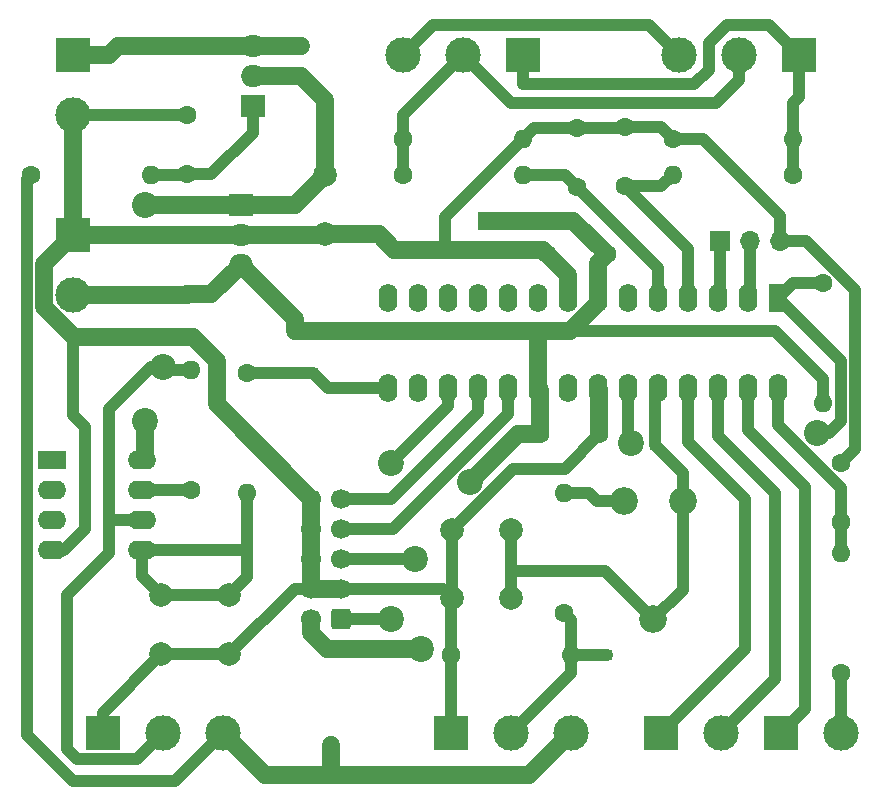
<source format=gbr>
%TF.GenerationSoftware,KiCad,Pcbnew,8.0.4*%
%TF.CreationDate,2024-08-15T12:03:35+02:00*%
%TF.ProjectId,throttle-tune,7468726f-7474-46c6-952d-74756e652e6b,rev?*%
%TF.SameCoordinates,Original*%
%TF.FileFunction,Copper,L2,Bot*%
%TF.FilePolarity,Positive*%
%FSLAX46Y46*%
G04 Gerber Fmt 4.6, Leading zero omitted, Abs format (unit mm)*
G04 Created by KiCad (PCBNEW 8.0.4) date 2024-08-15 12:03:35*
%MOMM*%
%LPD*%
G01*
G04 APERTURE LIST*
G04 Aperture macros list*
%AMRoundRect*
0 Rectangle with rounded corners*
0 $1 Rounding radius*
0 $2 $3 $4 $5 $6 $7 $8 $9 X,Y pos of 4 corners*
0 Add a 4 corners polygon primitive as box body*
4,1,4,$2,$3,$4,$5,$6,$7,$8,$9,$2,$3,0*
0 Add four circle primitives for the rounded corners*
1,1,$1+$1,$2,$3*
1,1,$1+$1,$4,$5*
1,1,$1+$1,$6,$7*
1,1,$1+$1,$8,$9*
0 Add four rect primitives between the rounded corners*
20,1,$1+$1,$2,$3,$4,$5,0*
20,1,$1+$1,$4,$5,$6,$7,0*
20,1,$1+$1,$6,$7,$8,$9,0*
20,1,$1+$1,$8,$9,$2,$3,0*%
G04 Aperture macros list end*
%TA.AperFunction,ComponentPad*%
%ADD10C,1.600000*%
%TD*%
%TA.AperFunction,ComponentPad*%
%ADD11O,1.600000X1.600000*%
%TD*%
%TA.AperFunction,ComponentPad*%
%ADD12R,3.000000X3.000000*%
%TD*%
%TA.AperFunction,ComponentPad*%
%ADD13C,3.000000*%
%TD*%
%TA.AperFunction,ComponentPad*%
%ADD14R,0.850000X0.850000*%
%TD*%
%TA.AperFunction,ComponentPad*%
%ADD15C,2.340000*%
%TD*%
%TA.AperFunction,ComponentPad*%
%ADD16C,2.000000*%
%TD*%
%TA.AperFunction,ComponentPad*%
%ADD17R,2.400000X1.600000*%
%TD*%
%TA.AperFunction,ComponentPad*%
%ADD18O,2.400000X1.600000*%
%TD*%
%TA.AperFunction,ComponentPad*%
%ADD19R,2.000000X1.905000*%
%TD*%
%TA.AperFunction,ComponentPad*%
%ADD20O,2.000000X1.905000*%
%TD*%
%TA.AperFunction,ComponentPad*%
%ADD21C,1.400000*%
%TD*%
%TA.AperFunction,ComponentPad*%
%ADD22O,1.400000X1.400000*%
%TD*%
%TA.AperFunction,ComponentPad*%
%ADD23R,1.700000X1.700000*%
%TD*%
%TA.AperFunction,ComponentPad*%
%ADD24O,1.700000X1.700000*%
%TD*%
%TA.AperFunction,ComponentPad*%
%ADD25R,1.600000X2.400000*%
%TD*%
%TA.AperFunction,ComponentPad*%
%ADD26O,1.600000X2.400000*%
%TD*%
%TA.AperFunction,ComponentPad*%
%ADD27RoundRect,0.250000X0.600000X0.600000X-0.600000X0.600000X-0.600000X-0.600000X0.600000X-0.600000X0*%
%TD*%
%TA.AperFunction,ComponentPad*%
%ADD28C,1.700000*%
%TD*%
%TA.AperFunction,ComponentPad*%
%ADD29R,1.600000X1.600000*%
%TD*%
%TA.AperFunction,ViaPad*%
%ADD30C,2.200000*%
%TD*%
%TA.AperFunction,Conductor*%
%ADD31C,1.000000*%
%TD*%
%TA.AperFunction,Conductor*%
%ADD32C,1.500000*%
%TD*%
%TA.AperFunction,Conductor*%
%ADD33C,0.700000*%
%TD*%
G04 APERTURE END LIST*
D10*
%TO.P,R11,1*%
%TO.N,/REV-in*%
X71120000Y-57912000D03*
D11*
%TO.P,R11,2*%
%TO.N,/Reverse-sw*%
X71120000Y-47752000D03*
%TD*%
D10*
%TO.P,C13,1*%
%TO.N,/Reverse-sw*%
X71120000Y-45172000D03*
%TO.P,C13,2*%
%TO.N,GND*%
X71120000Y-40172000D03*
%TD*%
D12*
%TO.P,J10,1,Pin_1*%
%TO.N,9V-Batt*%
X6096000Y-5588000D03*
D13*
%TO.P,J10,2,Pin_2*%
%TO.N,GND*%
X6096000Y-10668000D03*
%TD*%
D10*
%TO.P,C11,1*%
%TO.N,/speedSwitch1_slow*%
X52832000Y-16724000D03*
%TO.P,C11,2*%
%TO.N,GND*%
X52832000Y-11724000D03*
%TD*%
%TO.P,R8,1*%
%TO.N,GND*%
X38100000Y-56388000D03*
D11*
%TO.P,R8,2*%
%TO.N,/Trottle-IN*%
X48260000Y-56388000D03*
%TD*%
D10*
%TO.P,C12,1*%
%TO.N,/speedSwitch2_fast*%
X48768000Y-16764000D03*
%TO.P,C12,2*%
%TO.N,GND*%
X48768000Y-11764000D03*
%TD*%
D12*
%TO.P,J1,1,Pin_1*%
%TO.N,Net-(J1-Pin_1)*%
X67564000Y-5588000D03*
D13*
%TO.P,J1,2,Pin_2*%
%TO.N,Net-(J1-Pin_2)*%
X62484000Y-5588000D03*
%TO.P,J1,3,Pin_3*%
%TO.N,Net-(J1-Pin_3)*%
X57404000Y-5588000D03*
%TD*%
D10*
%TO.P,R4,1*%
%TO.N,/RESET*%
X69596000Y-24892000D03*
D11*
%TO.P,R4,2*%
%TO.N,+5V*%
X69596000Y-35052000D03*
%TD*%
D14*
%TO.P,TP4,1,1*%
%TO.N,/Trottle-IN*%
X51308000Y-56388000D03*
%TD*%
%TO.P,TP7,1,1*%
%TO.N,GND*%
X6096000Y-33528000D03*
%TD*%
D15*
%TO.P,RV1,1,1*%
%TO.N,Net-(R5-Pad2)*%
X52722000Y-43387000D03*
%TO.P,RV1,2,2*%
%TO.N,/Throttle-IN-Filtered*%
X55222000Y-53387000D03*
%TO.P,RV1,3,3*%
X57722000Y-43387000D03*
%TD*%
D12*
%TO.P,J2,1,Pin_1*%
%TO.N,GND*%
X38100000Y-62992000D03*
D13*
%TO.P,J2,2,Pin_2*%
%TO.N,/Trottle-IN*%
X43180000Y-62992000D03*
%TO.P,J2,3,Pin_3*%
%TO.N,+5V_motorcontroller*%
X48260000Y-62992000D03*
%TD*%
D16*
%TO.P,C2,1*%
%TO.N,Net-(U2B-+)*%
X13589000Y-51348000D03*
%TO.P,C2,2*%
%TO.N,GND*%
X13589000Y-56348000D03*
%TD*%
D10*
%TO.P,R9,1*%
%TO.N,Net-(J1-Pin_2)*%
X34036000Y-15748000D03*
D11*
%TO.P,R9,2*%
%TO.N,/speedSwitch2_fast*%
X44196000Y-15748000D03*
%TD*%
D12*
%TO.P,J4,1,Pin_1*%
%TO.N,Net-(J1-Pin_1)*%
X44196000Y-5588000D03*
D13*
%TO.P,J4,2,Pin_2*%
%TO.N,Net-(J1-Pin_2)*%
X39116000Y-5588000D03*
%TO.P,J4,3,Pin_3*%
%TO.N,Net-(J1-Pin_3)*%
X34036000Y-5588000D03*
%TD*%
D17*
%TO.P,U2,1*%
%TO.N,unconnected-(U2-Pad1)*%
X4303000Y-39888000D03*
D18*
%TO.P,U2,2,-*%
%TO.N,unconnected-(U2A---Pad2)*%
X4303000Y-42428000D03*
%TO.P,U2,3,+*%
%TO.N,unconnected-(U2A-+-Pad3)*%
X4303000Y-44968000D03*
%TO.P,U2,4,V-*%
%TO.N,GND*%
X4303000Y-47508000D03*
%TO.P,U2,5,+*%
%TO.N,Net-(U2B-+)*%
X11923000Y-47508000D03*
%TO.P,U2,6,-*%
%TO.N,/Throttle-OUT*%
X11923000Y-44968000D03*
%TO.P,U2,7*%
%TO.N,Net-(R6-Pad1)*%
X11923000Y-42428000D03*
%TO.P,U2,8,V+*%
%TO.N,+9V*%
X11923000Y-39888000D03*
%TD*%
D10*
%TO.P,R7,1*%
%TO.N,+5V_motorcontroller*%
X2540000Y-15748000D03*
D11*
%TO.P,R7,2*%
%TO.N,Net-(Q1-G)*%
X12700000Y-15748000D03*
%TD*%
D12*
%TO.P,J9,1,Pin_1*%
%TO.N,GND*%
X6096000Y-20828000D03*
D13*
%TO.P,J9,2,Pin_2*%
%TO.N,+5V*%
X6096000Y-25908000D03*
%TD*%
D10*
%TO.P,R10,1*%
%TO.N,Net-(J1-Pin_1)*%
X67056000Y-15748000D03*
D11*
%TO.P,R10,2*%
%TO.N,/speedSwitch1_slow*%
X56896000Y-15748000D03*
%TD*%
D14*
%TO.P,TP5,1,1*%
%TO.N,/Throttle-IN-Filtered*%
X55372000Y-38608000D03*
%TD*%
D19*
%TO.P,Q1,1,G*%
%TO.N,Net-(Q1-G)*%
X21336000Y-9906000D03*
D20*
%TO.P,Q1,2,D*%
%TO.N,+9V*%
X21336000Y-7366000D03*
%TO.P,Q1,3,S*%
%TO.N,9V-Batt*%
X21336000Y-4826000D03*
%TD*%
D10*
%TO.P,R3,1*%
%TO.N,Net-(J1-Pin_2)*%
X34036000Y-12700000D03*
D11*
%TO.P,R3,2*%
%TO.N,GND*%
X44196000Y-12700000D03*
%TD*%
D16*
%TO.P,C10,1*%
%TO.N,/Throttle-IN-Filtered*%
X43180000Y-45847000D03*
%TO.P,C10,2*%
%TO.N,GND*%
X38180000Y-45847000D03*
%TD*%
D14*
%TO.P,TP10,1,1*%
%TO.N,Net-(U2B-+)*%
X16256000Y-47538000D03*
%TD*%
D16*
%TO.P,C1,1*%
%TO.N,/Throttle-IN-Filtered*%
X43180000Y-51562000D03*
%TO.P,C1,2*%
%TO.N,GND*%
X38180000Y-51562000D03*
%TD*%
D14*
%TO.P,TP8,1,1*%
%TO.N,+5V_motorcontroller*%
X27940000Y-64008000D03*
%TD*%
D10*
%TO.P,C5,1*%
%TO.N,+5V*%
X51268000Y-22479000D03*
%TO.P,C5,2*%
%TO.N,GND*%
X46268000Y-22479000D03*
%TD*%
D14*
%TO.P,TP1,1,1*%
%TO.N,/PWM*%
X26416000Y-32512000D03*
%TD*%
D10*
%TO.P,R2,1*%
%TO.N,GND*%
X56896000Y-12700000D03*
D11*
%TO.P,R2,2*%
%TO.N,Net-(J1-Pin_1)*%
X67056000Y-12700000D03*
%TD*%
D10*
%TO.P,C6,1*%
%TO.N,+5V*%
X45633000Y-37719000D03*
%TO.P,C6,2*%
%TO.N,GND*%
X50633000Y-37719000D03*
%TD*%
D21*
%TO.P,JP1,1,A*%
%TO.N,9V-Batt*%
X25400000Y-4876000D03*
D22*
%TO.P,JP1,2,B*%
%TO.N,+9V*%
X25400000Y-7416000D03*
%TD*%
D10*
%TO.P,C9,1*%
%TO.N,Net-(Q1-G)*%
X15748000Y-15708000D03*
%TO.P,C9,2*%
%TO.N,GND*%
X15748000Y-10708000D03*
%TD*%
D23*
%TO.P,J5,1,Pin_1*%
%TO.N,/UART_TX*%
X60848000Y-21336000D03*
D24*
%TO.P,J5,2,Pin_2*%
%TO.N,/UART_RX*%
X63388000Y-21336000D03*
%TO.P,J5,3,Pin_3*%
%TO.N,GND*%
X65928000Y-21336000D03*
%TD*%
D14*
%TO.P,TP9,1,1*%
%TO.N,+9V*%
X27432000Y-11176000D03*
%TD*%
D19*
%TO.P,U1,1,VI*%
%TO.N,+9V*%
X20320000Y-18288000D03*
D20*
%TO.P,U1,2,GND*%
%TO.N,GND*%
X20320000Y-20828000D03*
%TO.P,U1,3,VO*%
%TO.N,+5V*%
X20320000Y-23368000D03*
%TD*%
D25*
%TO.P,IC1,1,PC6(~{RESET})*%
%TO.N,/RESET*%
X65786000Y-26162000D03*
D26*
%TO.P,IC1,2,(RXD)PD0*%
%TO.N,/UART_RX*%
X63246000Y-26162000D03*
%TO.P,IC1,3,(TXD)PD1*%
%TO.N,/UART_TX*%
X60706000Y-26162000D03*
%TO.P,IC1,4,(INT0)PD2*%
%TO.N,/speedSwitch1_slow*%
X58166000Y-26162000D03*
%TO.P,IC1,5,(INT1)PD3*%
%TO.N,/speedSwitch2_fast*%
X55626000Y-26162000D03*
%TO.P,IC1,6,(XCK/T0)PD4*%
%TO.N,unconnected-(IC1-(XCK{slash}T0)PD4-Pad6)*%
X53086000Y-26162000D03*
%TO.P,IC1,7,VCC*%
%TO.N,+5V*%
X50546000Y-26162000D03*
%TO.P,IC1,8,GND*%
%TO.N,GND*%
X48006000Y-26162000D03*
%TO.P,IC1,9,PB6(XTAL1/TOSC1)*%
%TO.N,unconnected-(IC1-PB6(XTAL1{slash}TOSC1)-Pad9)*%
X45466000Y-26162000D03*
%TO.P,IC1,10,PB7(XTAL2/TOSC2)*%
%TO.N,unconnected-(IC1-PB7(XTAL2{slash}TOSC2)-Pad10)*%
X42926000Y-26162000D03*
%TO.P,IC1,11,(T1)PD5*%
%TO.N,unconnected-(IC1-(T1)PD5-Pad11)*%
X40386000Y-26162000D03*
%TO.P,IC1,12,(AIN0)PD6*%
%TO.N,unconnected-(IC1-(AIN0)PD6-Pad12)*%
X37846000Y-26162000D03*
%TO.P,IC1,13,(AIN1)PD7*%
%TO.N,unconnected-(IC1-(AIN1)PD7-Pad13)*%
X35306000Y-26162000D03*
%TO.P,IC1,14,(ICP)PB0*%
%TO.N,unconnected-(IC1-(ICP)PB0-Pad14)*%
X32766000Y-26162000D03*
%TO.P,IC1,15,(OC1A)PB1*%
%TO.N,/PWM*%
X32766000Y-33782000D03*
%TO.P,IC1,16,(~{SS}/OC1B)PB2*%
%TO.N,unconnected-(IC1-(~{SS}{slash}OC1B)PB2-Pad16)*%
X35306000Y-33782000D03*
%TO.P,IC1,17,(MOSI/OC2)PB3*%
%TO.N,/MOSI*%
X37846000Y-33782000D03*
%TO.P,IC1,18,(MISO)PB4*%
%TO.N,/MISO*%
X40386000Y-33782000D03*
%TO.P,IC1,19,(SCK)PB5*%
%TO.N,/SCK*%
X42926000Y-33782000D03*
%TO.P,IC1,20,AVCC*%
%TO.N,+5V*%
X45466000Y-33782000D03*
%TO.P,IC1,21,AREF*%
%TO.N,unconnected-(IC1-AREF-Pad21)*%
X48006000Y-33782000D03*
%TO.P,IC1,22,AGND*%
%TO.N,GND*%
X50546000Y-33782000D03*
%TO.P,IC1,23,(ADC0)PC0*%
%TO.N,/Throttle-OUT*%
X53086000Y-33782000D03*
%TO.P,IC1,24,(ADC1)PC1*%
%TO.N,/Throttle-IN-Filtered*%
X55626000Y-33782000D03*
%TO.P,IC1,25,(ADC2)PC2*%
%TO.N,Net-(IC1-(ADC2)PC2)*%
X58166000Y-33782000D03*
%TO.P,IC1,26,(ADC3)PC3*%
%TO.N,Net-(IC1-(ADC3)PC3)*%
X60706000Y-33782000D03*
%TO.P,IC1,27,(ADC4/SDA)PC4*%
%TO.N,Net-(IC1-(ADC4{slash}SDA)PC4)*%
X63246000Y-33782000D03*
%TO.P,IC1,28,(ADC5/SCL)PC5*%
%TO.N,/Reverse-sw*%
X65786000Y-33782000D03*
%TD*%
D10*
%TO.P,R5,1*%
%TO.N,/Trottle-IN*%
X47665000Y-52832000D03*
D11*
%TO.P,R5,2*%
%TO.N,Net-(R5-Pad2)*%
X47665000Y-42672000D03*
%TD*%
D10*
%TO.P,R6,1*%
%TO.N,Net-(R6-Pad1)*%
X16114000Y-42458000D03*
D11*
%TO.P,R6,2*%
%TO.N,/Throttle-OUT*%
X16114000Y-32298000D03*
%TD*%
D14*
%TO.P,TP3,1,1*%
%TO.N,/Throttle-OUT*%
X5588000Y-54356000D03*
%TD*%
D10*
%TO.P,R1,1*%
%TO.N,/PWM*%
X20828000Y-32512000D03*
D11*
%TO.P,R1,2*%
%TO.N,Net-(U2B-+)*%
X20828000Y-42672000D03*
%TD*%
D12*
%TO.P,J3,1,Pin_1*%
%TO.N,GND*%
X8636000Y-62992000D03*
D13*
%TO.P,J3,2,Pin_2*%
%TO.N,/Throttle-OUT*%
X13716000Y-62992000D03*
%TO.P,J3,3,Pin_3*%
%TO.N,+5V_motorcontroller*%
X18796000Y-62992000D03*
%TD*%
D10*
%TO.P,C8,1*%
%TO.N,+5V*%
X15748000Y-25868000D03*
%TO.P,C8,2*%
%TO.N,GND*%
X15748000Y-20868000D03*
%TD*%
D16*
%TO.P,C7,1*%
%TO.N,+9V*%
X27432000Y-15788000D03*
%TO.P,C7,2*%
%TO.N,GND*%
X27432000Y-20788000D03*
%TD*%
D27*
%TO.P,P1,1*%
%TO.N,/MOSI*%
X28824250Y-53340000D03*
D28*
%TO.P,P1,2*%
%TO.N,+5V*%
X26284250Y-53340000D03*
%TO.P,P1,3*%
%TO.N,GND*%
X28824250Y-50800000D03*
%TO.P,P1,4*%
X26284250Y-50800000D03*
%TO.P,P1,5*%
%TO.N,/RESET*%
X28824250Y-48260000D03*
%TO.P,P1,6*%
%TO.N,GND*%
X26284250Y-48260000D03*
%TO.P,P1,7*%
%TO.N,/SCK*%
X28824250Y-45720000D03*
%TO.P,P1,8*%
%TO.N,GND*%
X26284250Y-45720000D03*
%TO.P,P1,9*%
%TO.N,/MISO*%
X28824250Y-43180000D03*
%TO.P,P1,10*%
%TO.N,GND*%
X26284250Y-43180000D03*
%TD*%
D12*
%TO.P,J7,1,Pin_1*%
%TO.N,Net-(IC1-(ADC2)PC2)*%
X55880000Y-62992000D03*
D13*
%TO.P,J7,2,Pin_2*%
%TO.N,Net-(IC1-(ADC3)PC3)*%
X60960000Y-62992000D03*
%TD*%
D29*
%TO.P,C4,1*%
%TO.N,+5V*%
X41148000Y-19622888D03*
D10*
%TO.P,C4,2*%
%TO.N,GND*%
X41148000Y-22122888D03*
%TD*%
D12*
%TO.P,J8,1,Pin_1*%
%TO.N,Net-(IC1-(ADC4{slash}SDA)PC4)*%
X66040000Y-62992000D03*
D13*
%TO.P,J8,2,Pin_2*%
%TO.N,/REV-in*%
X71120000Y-62992000D03*
%TD*%
D14*
%TO.P,TP6,1,1*%
%TO.N,+5V*%
X24892000Y-28956000D03*
%TD*%
D16*
%TO.P,C3,1*%
%TO.N,Net-(U2B-+)*%
X19304000Y-51348000D03*
%TO.P,C3,2*%
%TO.N,GND*%
X19304000Y-56348000D03*
%TD*%
D30*
%TO.N,/Throttle-OUT*%
X13716000Y-32004000D03*
X53340000Y-38482000D03*
%TO.N,+5V*%
X39699416Y-41782000D03*
X35560000Y-55880000D03*
%TO.N,/RESET*%
X69088000Y-37592000D03*
X35052000Y-48260000D03*
%TO.N,/MOSI*%
X33020000Y-40132000D03*
X33020000Y-53340000D03*
%TO.N,+9V*%
X12192000Y-36576000D03*
X12192000Y-18288000D03*
%TD*%
D31*
%TO.N,GND*%
X15748000Y-10708000D02*
X6136000Y-10708000D01*
X6136000Y-10708000D02*
X6096000Y-10668000D01*
%TO.N,Net-(Q1-G)*%
X15748000Y-15708000D02*
X17820000Y-15708000D01*
X17820000Y-15708000D02*
X21336000Y-12192000D01*
X21336000Y-12192000D02*
X21336000Y-9906000D01*
X12700000Y-15748000D02*
X15708000Y-15748000D01*
X15708000Y-15748000D02*
X15748000Y-15708000D01*
D32*
%TO.N,+9V*%
X12192000Y-18288000D02*
X20320000Y-18288000D01*
D31*
%TO.N,/Throttle-OUT*%
X16114000Y-32298000D02*
X14010000Y-32298000D01*
X14010000Y-32298000D02*
X13716000Y-32004000D01*
%TO.N,Net-(U2B-+)*%
X20828000Y-49824000D02*
X20828000Y-47244000D01*
X20828000Y-47244000D02*
X20828000Y-42672000D01*
X16256000Y-47538000D02*
X20534000Y-47538000D01*
X20534000Y-47538000D02*
X20828000Y-47244000D01*
X19304000Y-51348000D02*
X20828000Y-49824000D01*
%TO.N,/Throttle-OUT*%
X13716000Y-32004000D02*
X12700000Y-32004000D01*
X12700000Y-32004000D02*
X9144000Y-35560000D01*
D32*
%TO.N,GND*%
X6187176Y-29464000D02*
X6205176Y-29446000D01*
X6205176Y-29446000D02*
X16238000Y-29446000D01*
X16238000Y-29446000D02*
X18288000Y-31496000D01*
X18288000Y-31496000D02*
X18288000Y-35183750D01*
X18288000Y-35183750D02*
X26284250Y-43180000D01*
D31*
%TO.N,/PWM*%
X32766000Y-33782000D02*
X27686000Y-33782000D01*
X27686000Y-33782000D02*
X26416000Y-32512000D01*
X20828000Y-32512000D02*
X26416000Y-32512000D01*
D33*
%TO.N,/Throttle-OUT*%
X16460431Y-31951569D02*
X16114000Y-32298000D01*
D31*
X53086000Y-38228000D02*
X53340000Y-38482000D01*
X53086000Y-33782000D02*
X53086000Y-38228000D01*
%TO.N,Net-(R6-Pad1)*%
X11923000Y-42428000D02*
X16084000Y-42428000D01*
X16084000Y-42428000D02*
X16114000Y-42458000D01*
%TO.N,/Throttle-OUT*%
X9144000Y-47752000D02*
X9144000Y-45212000D01*
X9388000Y-44968000D02*
X9144000Y-45212000D01*
X9144000Y-45212000D02*
X9144000Y-35560000D01*
X11923000Y-44968000D02*
X9388000Y-44968000D01*
X5588000Y-54356000D02*
X5588000Y-51308000D01*
X5588000Y-51308000D02*
X9144000Y-47752000D01*
%TO.N,Net-(U2B-+)*%
X11923000Y-47508000D02*
X16226000Y-47508000D01*
X16226000Y-47508000D02*
X16256000Y-47538000D01*
X11923000Y-47508000D02*
X11923000Y-49682000D01*
X11923000Y-49682000D02*
X13589000Y-51348000D01*
X13589000Y-51348000D02*
X19304000Y-51348000D01*
%TO.N,GND*%
X6096000Y-33528000D02*
X6096000Y-36068000D01*
X6096000Y-36068000D02*
X7112000Y-37084000D01*
X7112000Y-37084000D02*
X7112000Y-45720000D01*
X7112000Y-45720000D02*
X5324000Y-47508000D01*
X5324000Y-47508000D02*
X4303000Y-47508000D01*
%TO.N,+5V_motorcontroller*%
X18796000Y-62992000D02*
X14732000Y-67056000D01*
X14732000Y-67056000D02*
X6096000Y-67056000D01*
X6096000Y-67056000D02*
X2196000Y-63156000D01*
X2196000Y-63156000D02*
X2196000Y-16092000D01*
X2196000Y-16092000D02*
X2540000Y-15748000D01*
%TO.N,/Throttle-OUT*%
X13716000Y-62992000D02*
X11516000Y-65192000D01*
X11516000Y-65192000D02*
X6436000Y-65192000D01*
X6436000Y-65192000D02*
X5588000Y-64344000D01*
X5588000Y-64344000D02*
X5588000Y-54356000D01*
%TO.N,GND*%
X19304000Y-56348000D02*
X24852000Y-50800000D01*
X24852000Y-50800000D02*
X26284250Y-50800000D01*
X13589000Y-56348000D02*
X19304000Y-56348000D01*
X8636000Y-62992000D02*
X8636000Y-61301000D01*
X8636000Y-61301000D02*
X13589000Y-56348000D01*
D32*
%TO.N,+5V*%
X43762416Y-37719000D02*
X45633000Y-37719000D01*
X39699416Y-41782000D02*
X43762416Y-37719000D01*
D31*
%TO.N,/RESET*%
X28824250Y-48260000D02*
X35052000Y-48260000D01*
D32*
%TO.N,+5V*%
X27622169Y-55880000D02*
X35560000Y-55880000D01*
X26284250Y-54542081D02*
X27622169Y-55880000D01*
X26284250Y-53340000D02*
X26284250Y-54542081D01*
D31*
%TO.N,GND*%
X6096000Y-33528000D02*
X6096000Y-29555176D01*
X6096000Y-29555176D02*
X6187176Y-29464000D01*
D32*
X6187176Y-29464000D02*
X3646000Y-26922824D01*
X3646000Y-26922824D02*
X3646000Y-23278000D01*
X3646000Y-23278000D02*
X6096000Y-20828000D01*
D31*
%TO.N,/Reverse-sw*%
X71120000Y-45172000D02*
X71120000Y-42293321D01*
X71120000Y-42293321D02*
X65786000Y-36959321D01*
X65786000Y-36959321D02*
X65786000Y-33782000D01*
%TO.N,/RESET*%
X69088000Y-37592000D02*
X70104000Y-37592000D01*
X71120000Y-31496000D02*
X65786000Y-26162000D01*
X70104000Y-37592000D02*
X71120000Y-36576000D01*
X71120000Y-36576000D02*
X71120000Y-31496000D01*
%TO.N,GND*%
X65928000Y-21336000D02*
X68161321Y-21336000D01*
X68161321Y-21336000D02*
X72320000Y-25494679D01*
X72320000Y-25494679D02*
X72320000Y-38972000D01*
X72320000Y-38972000D02*
X71120000Y-40172000D01*
%TO.N,+5V*%
X48152000Y-28956000D02*
X65532000Y-28956000D01*
X69596000Y-33020000D02*
X69596000Y-35052000D01*
X65532000Y-28956000D02*
X69596000Y-33020000D01*
%TO.N,/Reverse-sw*%
X71120000Y-47752000D02*
X71120000Y-45172000D01*
%TO.N,/REV-in*%
X71120000Y-57912000D02*
X71120000Y-62992000D01*
%TO.N,/RESET*%
X69596000Y-24892000D02*
X67056000Y-24892000D01*
X67056000Y-24892000D02*
X65786000Y-26162000D01*
%TO.N,GND*%
X28824250Y-50800000D02*
X37418000Y-50800000D01*
X37418000Y-50800000D02*
X38180000Y-51562000D01*
%TO.N,/MOSI*%
X37846000Y-35306000D02*
X33020000Y-40132000D01*
X37846000Y-33782000D02*
X37846000Y-35306000D01*
%TO.N,/MISO*%
X28824250Y-43180000D02*
X33020000Y-43180000D01*
X40386000Y-35814000D02*
X40386000Y-33782000D01*
X33020000Y-43180000D02*
X40386000Y-35814000D01*
%TO.N,/SCK*%
X28824250Y-45720000D02*
X33188000Y-45720000D01*
X33188000Y-45720000D02*
X42926000Y-35982000D01*
X42926000Y-35982000D02*
X42926000Y-33782000D01*
%TO.N,/MOSI*%
X28824250Y-53340000D02*
X33020000Y-53340000D01*
D32*
%TO.N,GND*%
X26284250Y-50800000D02*
X28824250Y-50800000D01*
X26284250Y-48260000D02*
X26284250Y-50800000D01*
X26284250Y-43180000D02*
X26284250Y-48260000D01*
D31*
X38180000Y-45847000D02*
X43387000Y-40640000D01*
X43387000Y-40640000D02*
X47712000Y-40640000D01*
X47712000Y-40640000D02*
X50633000Y-37719000D01*
%TO.N,/Throttle-IN-Filtered*%
X43180000Y-51562000D02*
X43180000Y-49276000D01*
X51111000Y-49276000D02*
X43180000Y-49276000D01*
X43180000Y-49276000D02*
X43180000Y-45847000D01*
X55222000Y-53387000D02*
X51111000Y-49276000D01*
%TO.N,GND*%
X38180000Y-51562000D02*
X38180000Y-45847000D01*
X38100000Y-56388000D02*
X38100000Y-51642000D01*
X38100000Y-51642000D02*
X38180000Y-51562000D01*
X38100000Y-62992000D02*
X38100000Y-56388000D01*
%TO.N,/Trottle-IN*%
X48260000Y-56388000D02*
X48260000Y-53427000D01*
X48260000Y-53427000D02*
X47665000Y-52832000D01*
X48260000Y-56388000D02*
X51308000Y-56388000D01*
X43180000Y-62992000D02*
X48260000Y-57912000D01*
X48260000Y-57912000D02*
X48260000Y-56388000D01*
D32*
%TO.N,+5V_motorcontroller*%
X44704000Y-66548000D02*
X27940000Y-66548000D01*
X27940000Y-66548000D02*
X22352000Y-66548000D01*
X27940000Y-64008000D02*
X27940000Y-66548000D01*
X48260000Y-62992000D02*
X44704000Y-66548000D01*
X22352000Y-66548000D02*
X18796000Y-62992000D01*
D31*
%TO.N,/Throttle-IN-Filtered*%
X55372000Y-38608000D02*
X55372000Y-34036000D01*
X55372000Y-34036000D02*
X55626000Y-33782000D01*
X57722000Y-43387000D02*
X57722000Y-40958000D01*
X57722000Y-40958000D02*
X55372000Y-38608000D01*
%TO.N,Net-(R5-Pad2)*%
X50499000Y-43387000D02*
X49784000Y-42672000D01*
X52722000Y-43387000D02*
X50499000Y-43387000D01*
X49784000Y-42672000D02*
X47665000Y-42672000D01*
%TO.N,/Throttle-IN-Filtered*%
X55222000Y-53387000D02*
X57722000Y-50887000D01*
X57722000Y-50887000D02*
X57722000Y-43387000D01*
%TO.N,Net-(IC1-(ADC2)PC2)*%
X55880000Y-62992000D02*
X62992000Y-55880000D01*
X62992000Y-55880000D02*
X62992000Y-43180000D01*
X62992000Y-43180000D02*
X58166000Y-38354000D01*
X58166000Y-38354000D02*
X58166000Y-33782000D01*
%TO.N,Net-(IC1-(ADC3)PC3)*%
X60960000Y-62992000D02*
X65532000Y-58420000D01*
X65532000Y-58420000D02*
X65532000Y-42672000D01*
X65532000Y-42672000D02*
X60706000Y-37846000D01*
X60706000Y-37846000D02*
X60706000Y-33782000D01*
%TO.N,Net-(IC1-(ADC4{slash}SDA)PC4)*%
X66040000Y-62992000D02*
X68072000Y-60960000D01*
X68072000Y-60960000D02*
X68072000Y-42164000D01*
X68072000Y-42164000D02*
X63246000Y-37338000D01*
X63246000Y-37338000D02*
X63246000Y-33782000D01*
D32*
%TO.N,GND*%
X33298888Y-22122888D02*
X37592000Y-22122888D01*
X37592000Y-22122888D02*
X41148000Y-22122888D01*
D31*
X44196000Y-12700000D02*
X37592000Y-19304000D01*
X37592000Y-19304000D02*
X37592000Y-22122888D01*
D32*
%TO.N,+5V*%
X41148000Y-19622888D02*
X48411888Y-19622888D01*
X48411888Y-19622888D02*
X51268000Y-22479000D01*
%TO.N,GND*%
X41148000Y-22122888D02*
X45911888Y-22122888D01*
X45911888Y-22122888D02*
X46268000Y-22479000D01*
X27432000Y-20788000D02*
X31964000Y-20788000D01*
X31964000Y-20788000D02*
X33298888Y-22122888D01*
D31*
X56896000Y-12700000D02*
X59436000Y-12700000D01*
X59436000Y-12700000D02*
X65928000Y-19192000D01*
X65928000Y-19192000D02*
X65928000Y-21336000D01*
%TO.N,/speedSwitch1_slow*%
X52832000Y-16724000D02*
X58166000Y-22058000D01*
X58166000Y-22058000D02*
X58166000Y-26162000D01*
X52832000Y-16724000D02*
X55920000Y-16724000D01*
X55920000Y-16724000D02*
X56896000Y-15748000D01*
%TO.N,/speedSwitch2_fast*%
X48768000Y-16764000D02*
X55626000Y-23622000D01*
X55626000Y-23622000D02*
X55626000Y-26162000D01*
X44196000Y-15748000D02*
X47752000Y-15748000D01*
X47752000Y-15748000D02*
X48768000Y-16764000D01*
%TO.N,Net-(J1-Pin_1)*%
X67056000Y-12700000D02*
X67056000Y-15748000D01*
X67564000Y-9144000D02*
X67056000Y-9652000D01*
X67564000Y-5588000D02*
X67564000Y-9144000D01*
X67056000Y-9652000D02*
X67056000Y-12700000D01*
%TO.N,GND*%
X52832000Y-11724000D02*
X55920000Y-11724000D01*
X55920000Y-11724000D02*
X56896000Y-12700000D01*
X48768000Y-11764000D02*
X52792000Y-11764000D01*
X52792000Y-11764000D02*
X52832000Y-11724000D01*
X44196000Y-12700000D02*
X45132000Y-11764000D01*
X45132000Y-11764000D02*
X48768000Y-11764000D01*
%TO.N,Net-(J1-Pin_2)*%
X34036000Y-12700000D02*
X34036000Y-10668000D01*
X34036000Y-12700000D02*
X34036000Y-15748000D01*
X39116000Y-5588000D02*
X43180000Y-9652000D01*
X43180000Y-9652000D02*
X60541320Y-9652000D01*
X60541320Y-9652000D02*
X62484000Y-7709320D01*
X62484000Y-7709320D02*
X62484000Y-5588000D01*
%TO.N,Net-(J1-Pin_1)*%
X44196000Y-5588000D02*
X44196000Y-8088000D01*
X44196000Y-8088000D02*
X58695270Y-8088000D01*
X58695270Y-8088000D02*
X59944000Y-6839270D01*
X59944000Y-6839270D02*
X59944000Y-4572000D01*
X61468000Y-3048000D02*
X65024000Y-3048000D01*
X59944000Y-4572000D02*
X61468000Y-3048000D01*
X65024000Y-3048000D02*
X67564000Y-5588000D01*
%TO.N,Net-(J1-Pin_3)*%
X34036000Y-5588000D02*
X36576000Y-3048000D01*
X36576000Y-3048000D02*
X54864000Y-3048000D01*
X54864000Y-3048000D02*
X57404000Y-5588000D01*
%TO.N,Net-(J1-Pin_2)*%
X39116000Y-5588000D02*
X34036000Y-10668000D01*
%TO.N,/UART_RX*%
X63388000Y-21336000D02*
X63388000Y-26020000D01*
X63388000Y-26020000D02*
X63246000Y-26162000D01*
%TO.N,/UART_TX*%
X60848000Y-21336000D02*
X60848000Y-26020000D01*
X60848000Y-26020000D02*
X60706000Y-26162000D01*
D32*
%TO.N,+9V*%
X12192000Y-36576000D02*
X12192000Y-39619000D01*
X12192000Y-39619000D02*
X11923000Y-39888000D01*
X27432000Y-15788000D02*
X24932000Y-18288000D01*
X24932000Y-18288000D02*
X20320000Y-18288000D01*
X27432000Y-11176000D02*
X27432000Y-15788000D01*
X25400000Y-7416000D02*
X27432000Y-9448000D01*
X27432000Y-9448000D02*
X27432000Y-11176000D01*
%TO.N,GND*%
X6096000Y-10668000D02*
X6096000Y-20828000D01*
%TO.N,9V-Batt*%
X6096000Y-5588000D02*
X9144000Y-5588000D01*
X9144000Y-5588000D02*
X9906000Y-4826000D01*
X9906000Y-4826000D02*
X21336000Y-4826000D01*
X21336000Y-4826000D02*
X25350000Y-4826000D01*
X25350000Y-4826000D02*
X25400000Y-4876000D01*
%TO.N,+9V*%
X21336000Y-7366000D02*
X25350000Y-7366000D01*
X25350000Y-7366000D02*
X25400000Y-7416000D01*
%TO.N,GND*%
X48006000Y-26162000D02*
X48006000Y-24217000D01*
X48006000Y-24217000D02*
X46268000Y-22479000D01*
X50633000Y-37719000D02*
X50633000Y-33869000D01*
X50633000Y-33869000D02*
X50546000Y-33782000D01*
%TO.N,+5V*%
X45633000Y-37719000D02*
X45633000Y-33949000D01*
X45633000Y-33949000D02*
X45466000Y-33782000D01*
X24892000Y-28956000D02*
X45212000Y-28956000D01*
X45212000Y-28956000D02*
X48152000Y-28956000D01*
X45466000Y-33782000D02*
X45466000Y-29210000D01*
X45466000Y-29210000D02*
X45212000Y-28956000D01*
X50546000Y-26162000D02*
X50546000Y-23201000D01*
X50546000Y-23201000D02*
X51268000Y-22479000D01*
X48152000Y-28956000D02*
X50546000Y-26562000D01*
X50546000Y-26562000D02*
X50546000Y-26162000D01*
X20320000Y-23368000D02*
X24892000Y-27940000D01*
X24892000Y-27940000D02*
X24892000Y-28956000D01*
X15748000Y-25868000D02*
X17820000Y-25868000D01*
X17820000Y-25868000D02*
X20320000Y-23368000D01*
X6096000Y-25908000D02*
X15708000Y-25908000D01*
X15708000Y-25908000D02*
X15748000Y-25868000D01*
%TO.N,GND*%
X20320000Y-20828000D02*
X27392000Y-20828000D01*
X27392000Y-20828000D02*
X27432000Y-20788000D01*
X15748000Y-20868000D02*
X20280000Y-20868000D01*
X20280000Y-20868000D02*
X20320000Y-20828000D01*
X6096000Y-20828000D02*
X15708000Y-20828000D01*
X15708000Y-20828000D02*
X15748000Y-20868000D01*
%TD*%
M02*

</source>
